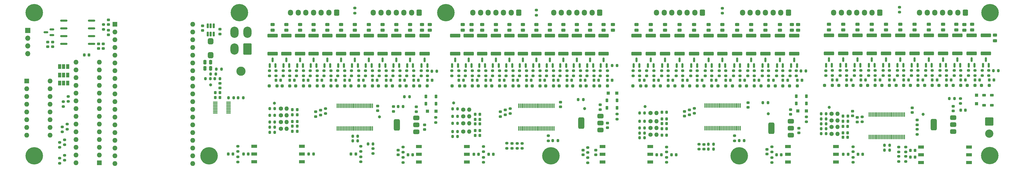
<source format=gts>
%TF.GenerationSoftware,KiCad,Pcbnew,8.0.4*%
%TF.CreationDate,2024-08-06T16:15:28+08:00*%
%TF.ProjectId,LTC6811_ESP32_V2,4c544336-3831-4315-9f45-535033325f56,rev?*%
%TF.SameCoordinates,Original*%
%TF.FileFunction,Soldermask,Top*%
%TF.FilePolarity,Negative*%
%FSLAX46Y46*%
G04 Gerber Fmt 4.6, Leading zero omitted, Abs format (unit mm)*
G04 Created by KiCad (PCBNEW 8.0.4) date 2024-08-06 16:15:28*
%MOMM*%
%LPD*%
G01*
G04 APERTURE LIST*
G04 Aperture macros list*
%AMRoundRect*
0 Rectangle with rounded corners*
0 $1 Rounding radius*
0 $2 $3 $4 $5 $6 $7 $8 $9 X,Y pos of 4 corners*
0 Add a 4 corners polygon primitive as box body*
4,1,4,$2,$3,$4,$5,$6,$7,$8,$9,$2,$3,0*
0 Add four circle primitives for the rounded corners*
1,1,$1+$1,$2,$3*
1,1,$1+$1,$4,$5*
1,1,$1+$1,$6,$7*
1,1,$1+$1,$8,$9*
0 Add four rect primitives between the rounded corners*
20,1,$1+$1,$2,$3,$4,$5,0*
20,1,$1+$1,$4,$5,$6,$7,0*
20,1,$1+$1,$6,$7,$8,$9,0*
20,1,$1+$1,$8,$9,$2,$3,0*%
G04 Aperture macros list end*
%ADD10RoundRect,0.225000X0.225000X0.250000X-0.225000X0.250000X-0.225000X-0.250000X0.225000X-0.250000X0*%
%ADD11C,5.700000*%
%ADD12R,1.600000X1.600000*%
%ADD13O,1.600000X1.600000*%
%ADD14RoundRect,0.225000X0.225000X0.375000X-0.225000X0.375000X-0.225000X-0.375000X0.225000X-0.375000X0*%
%ADD15RoundRect,0.218750X0.256250X-0.218750X0.256250X0.218750X-0.256250X0.218750X-0.256250X-0.218750X0*%
%ADD16RoundRect,0.200000X0.275000X-0.200000X0.275000X0.200000X-0.275000X0.200000X-0.275000X-0.200000X0*%
%ADD17C,1.000000*%
%ADD18RoundRect,0.150000X0.150000X-0.587500X0.150000X0.587500X-0.150000X0.587500X-0.150000X-0.587500X0*%
%ADD19RoundRect,0.250000X0.250000X0.250000X-0.250000X0.250000X-0.250000X-0.250000X0.250000X-0.250000X0*%
%ADD20RoundRect,0.243750X-0.456250X0.243750X-0.456250X-0.243750X0.456250X-0.243750X0.456250X0.243750X0*%
%ADD21RoundRect,0.200000X-0.275000X0.200000X-0.275000X-0.200000X0.275000X-0.200000X0.275000X0.200000X0*%
%ADD22RoundRect,0.200000X0.200000X0.275000X-0.200000X0.275000X-0.200000X-0.275000X0.200000X-0.275000X0*%
%ADD23RoundRect,0.250001X-1.099999X1.099999X-1.099999X-1.099999X1.099999X-1.099999X1.099999X1.099999X0*%
%ADD24C,2.700000*%
%ADD25RoundRect,0.225000X-0.225000X-0.250000X0.225000X-0.250000X0.225000X0.250000X-0.225000X0.250000X0*%
%ADD26C,1.400000*%
%ADD27O,1.400000X1.400000*%
%ADD28RoundRect,0.250000X-1.425000X0.362500X-1.425000X-0.362500X1.425000X-0.362500X1.425000X0.362500X0*%
%ADD29R,1.000000X1.500000*%
%ADD30O,1.700000X1.950000*%
%ADD31RoundRect,0.250000X0.600000X0.725000X-0.600000X0.725000X-0.600000X-0.725000X0.600000X-0.725000X0*%
%ADD32RoundRect,0.200000X-0.200000X-0.275000X0.200000X-0.275000X0.200000X0.275000X-0.200000X0.275000X0*%
%ADD33RoundRect,0.225000X-0.250000X0.225000X-0.250000X-0.225000X0.250000X-0.225000X0.250000X0.225000X0*%
%ADD34RoundRect,0.225000X0.250000X-0.225000X0.250000X0.225000X-0.250000X0.225000X-0.250000X-0.225000X0*%
%ADD35RoundRect,0.150000X0.587500X0.150000X-0.587500X0.150000X-0.587500X-0.150000X0.587500X-0.150000X0*%
%ADD36RoundRect,0.075000X-0.075000X0.662500X-0.075000X-0.662500X0.075000X-0.662500X0.075000X0.662500X0*%
%ADD37RoundRect,0.225000X-0.375000X0.225000X-0.375000X-0.225000X0.375000X-0.225000X0.375000X0.225000X0*%
%ADD38R,1.950000X1.020000*%
%ADD39RoundRect,0.250000X0.300000X0.300000X-0.300000X0.300000X-0.300000X-0.300000X0.300000X-0.300000X0*%
%ADD40RoundRect,0.450000X-0.450000X0.550000X-0.450000X-0.550000X0.450000X-0.550000X0.450000X0.550000X0*%
%ADD41RoundRect,0.162500X0.162500X-0.617500X0.162500X0.617500X-0.162500X0.617500X-0.162500X-0.617500X0*%
%ADD42RoundRect,0.250000X-0.300000X0.300000X-0.300000X-0.300000X0.300000X-0.300000X0.300000X0.300000X0*%
%ADD43RoundRect,0.250000X0.250000X0.475000X-0.250000X0.475000X-0.250000X-0.475000X0.250000X-0.475000X0*%
%ADD44RoundRect,0.162500X1.012500X0.162500X-1.012500X0.162500X-1.012500X-0.162500X1.012500X-0.162500X0*%
%ADD45C,3.000000*%
%ADD46RoundRect,0.250001X1.099999X1.599999X-1.099999X1.599999X-1.099999X-1.599999X1.099999X-1.599999X0*%
%ADD47O,2.700000X3.700000*%
%ADD48RoundRect,0.218750X-0.256250X0.218750X-0.256250X-0.218750X0.256250X-0.218750X0.256250X0.218750X0*%
%ADD49RoundRect,0.375000X0.625000X0.375000X-0.625000X0.375000X-0.625000X-0.375000X0.625000X-0.375000X0*%
%ADD50RoundRect,0.500000X0.500000X1.400000X-0.500000X1.400000X-0.500000X-1.400000X0.500000X-1.400000X0*%
%ADD51RoundRect,0.075000X-0.650000X-0.075000X0.650000X-0.075000X0.650000X0.075000X-0.650000X0.075000X0*%
%ADD52R,1.700000X1.700000*%
%ADD53O,1.700000X1.700000*%
G04 APERTURE END LIST*
D10*
%TO.C,C69*%
X95175000Y4600000D03*
X93625000Y4600000D03*
%TD*%
D11*
%TO.C,J20*%
X315900000Y4100000D03*
%TD*%
D12*
%TO.C,U8*%
X30365000Y47220000D03*
D13*
X30365000Y44680000D03*
X30365000Y42140000D03*
X30365000Y39600000D03*
X30365000Y37060000D03*
X30365000Y34520000D03*
X30365000Y31980000D03*
X30365000Y29440000D03*
X30365000Y26900000D03*
X30365000Y24360000D03*
X30365000Y21820000D03*
X30365000Y19280000D03*
X30365000Y16740000D03*
X30365000Y14200000D03*
X30365000Y11660000D03*
X30365000Y9120000D03*
X30365000Y6580000D03*
X30365000Y4040000D03*
X30365000Y1500000D03*
X55765000Y1500000D03*
X55765000Y4040000D03*
X55765000Y6580000D03*
X55765000Y9120000D03*
X55765000Y11660000D03*
X55765000Y14200000D03*
X55765000Y16740000D03*
X55765000Y19280000D03*
X55765000Y21820000D03*
X55765000Y24360000D03*
X55765000Y26900000D03*
X55765000Y29440000D03*
X55765000Y31980000D03*
X55765000Y34520000D03*
X55765000Y37060000D03*
X55765000Y39600000D03*
X55765000Y42140000D03*
X55765000Y44680000D03*
X55765000Y47220000D03*
%TD*%
D14*
%TO.C,D39*%
X256100000Y21200000D03*
X252800000Y21200000D03*
%TD*%
D15*
%TO.C,D25*%
X160000000Y6512500D03*
X160000000Y8087500D03*
%TD*%
D16*
%TO.C,R189*%
X203950000Y30287500D03*
X203950000Y31937500D03*
%TD*%
D17*
%TO.C,TP7*%
X243600000Y17800000D03*
%TD*%
D18*
%TO.C,Q36*%
X213700000Y33675000D03*
X215600000Y33675000D03*
X214650000Y35550000D03*
%TD*%
D16*
%TO.C,R138*%
X144750000Y30275000D03*
X144750000Y31925000D03*
%TD*%
D19*
%TO.C,D43*%
X248400000Y27000000D03*
X245900000Y27000000D03*
%TD*%
D18*
%TO.C,Q50*%
X271800000Y33762500D03*
X273700000Y33762500D03*
X272750000Y35637500D03*
%TD*%
D20*
%TO.C,F51*%
X268100000Y47237500D03*
X268100000Y45362500D03*
%TD*%
D21*
%TO.C,R91*%
X194250000Y17725000D03*
X194250000Y16075000D03*
%TD*%
D22*
%TO.C,R4*%
X82525000Y13400000D03*
X80875000Y13400000D03*
%TD*%
D23*
%TO.C,J9*%
X315750000Y15257500D03*
D24*
X315750000Y11297500D03*
%TD*%
D25*
%TO.C,C72*%
X272900000Y4500000D03*
X274450000Y4500000D03*
%TD*%
D18*
%TO.C,Q39*%
X199650000Y33662500D03*
X201550000Y33662500D03*
X200600000Y35537500D03*
%TD*%
D10*
%TO.C,C9*%
X149480000Y16000000D03*
X147930000Y16000000D03*
%TD*%
D16*
%TO.C,R225*%
X290400000Y30375000D03*
X290400000Y32025000D03*
%TD*%
D25*
%TO.C,C132*%
X301800000Y28900000D03*
X303350000Y28900000D03*
%TD*%
D20*
%TO.C,F10*%
X95200000Y47137500D03*
X95200000Y45262500D03*
%TD*%
D26*
%TO.C,TH19*%
X264295000Y15600000D03*
D27*
X266195000Y15600000D03*
%TD*%
D28*
%TO.C,R211*%
X310000000Y43562500D03*
X310000000Y37637500D03*
%TD*%
D29*
%TO.C,JP3*%
X12300000Y33300000D03*
X13600000Y33300000D03*
X14900000Y33300000D03*
%TD*%
D25*
%TO.C,C84*%
X160300000Y28800000D03*
X161850000Y28800000D03*
%TD*%
D30*
%TO.C,J15*%
X207150000Y51000000D03*
X209650000Y51000000D03*
X212150000Y51000000D03*
X214650000Y51000000D03*
X217150000Y51000000D03*
X219650000Y51000000D03*
D31*
X222150000Y51000000D03*
%TD*%
D30*
%TO.C,J14*%
X235200000Y51000000D03*
X237700000Y51000000D03*
X240200000Y51000000D03*
X242700000Y51000000D03*
X245200000Y51000000D03*
X247700000Y51000000D03*
D31*
X250200000Y51000000D03*
%TD*%
D18*
%TO.C,Q46*%
X290450000Y33762500D03*
X292350000Y33762500D03*
X291400000Y35637500D03*
%TD*%
D21*
%TO.C,R2*%
X184700000Y3425000D03*
X184700000Y1775000D03*
%TD*%
D16*
%TO.C,R170*%
X234400000Y30287500D03*
X234400000Y31937500D03*
%TD*%
D32*
%TO.C,R18*%
X260875000Y11300000D03*
X262525000Y11300000D03*
%TD*%
D19*
%TO.C,D14*%
X114400000Y27000000D03*
X111900000Y27000000D03*
%TD*%
D20*
%TO.C,F5*%
X117700000Y47137500D03*
X117700000Y45262500D03*
%TD*%
D16*
%TO.C,R210*%
X313500000Y30375000D03*
X313500000Y32025000D03*
%TD*%
D18*
%TO.C,Q51*%
X267125000Y33762500D03*
X269025000Y33762500D03*
X268075000Y35637500D03*
%TD*%
D19*
%TO.C,D68*%
X269175000Y27100000D03*
X266675000Y27100000D03*
%TD*%
D11*
%TO.C,J1*%
X316000000Y51000000D03*
%TD*%
D18*
%TO.C,Q29*%
X246500000Y33675000D03*
X248400000Y33675000D03*
X247450000Y35550000D03*
%TD*%
D33*
%TO.C,C34*%
X25000000Y40800000D03*
X25000000Y39250000D03*
%TD*%
D20*
%TO.C,F19*%
X172300000Y47137500D03*
X172300000Y45262500D03*
%TD*%
D25*
%TO.C,C62*%
X82925000Y28800000D03*
X84475000Y28800000D03*
%TD*%
D34*
%TO.C,C35*%
X8400000Y39825000D03*
X8400000Y41375000D03*
%TD*%
D32*
%TO.C,R48*%
X122775000Y20200000D03*
X124425000Y20200000D03*
%TD*%
D21*
%TO.C,R26*%
X184700000Y6775000D03*
X184700000Y5125000D03*
%TD*%
D28*
%TO.C,R121*%
X167900000Y43462500D03*
X167900000Y37537500D03*
%TD*%
D10*
%TO.C,C18*%
X269570000Y13700000D03*
X268020000Y13700000D03*
%TD*%
D21*
%TO.C,R52*%
X271300000Y3550000D03*
X271300000Y1900000D03*
%TD*%
D28*
%TO.C,R88*%
X81825000Y43462500D03*
X81825000Y37537500D03*
%TD*%
D10*
%TO.C,C5*%
X89829962Y19187500D03*
X88279962Y19187500D03*
%TD*%
D17*
%TO.C,TP3*%
X116700000Y16800000D03*
%TD*%
D20*
%TO.C,F31*%
X238050000Y47150000D03*
X238050000Y45275000D03*
%TD*%
D25*
%TO.C,C107*%
X234400000Y28800000D03*
X235950000Y28800000D03*
%TD*%
D26*
%TO.C,TH8*%
X144095000Y14700000D03*
D27*
X145995000Y14700000D03*
%TD*%
D16*
%TO.C,R233*%
X278525000Y30375000D03*
X278525000Y32025000D03*
%TD*%
D35*
%TO.C,D5*%
X9737500Y43650000D03*
X9737500Y45550000D03*
X7862500Y44600000D03*
%TD*%
D22*
%TO.C,R19*%
X262525000Y12900000D03*
X260875000Y12900000D03*
%TD*%
D21*
%TO.C,R49*%
X150700000Y7050000D03*
X150700000Y5400000D03*
%TD*%
D16*
%TO.C,R123*%
X166800000Y30275000D03*
X166800000Y31925000D03*
%TD*%
D28*
%TO.C,R112*%
X181100000Y43462500D03*
X181100000Y37537500D03*
%TD*%
D17*
%TO.C,TP4*%
X82400000Y21300000D03*
%TD*%
D10*
%TO.C,C68*%
X21875000Y37100000D03*
X20325000Y37100000D03*
%TD*%
D28*
%TO.C,R172*%
X228650000Y43475000D03*
X228650000Y37550000D03*
%TD*%
D33*
%TO.C,C37*%
X116100000Y20400000D03*
X116100000Y18850000D03*
%TD*%
D19*
%TO.C,D37*%
X142900000Y27000000D03*
X140400000Y27000000D03*
%TD*%
D16*
%TO.C,R90*%
X80775000Y30275000D03*
X80775000Y31925000D03*
%TD*%
D22*
%TO.C,R30*%
X63250000Y30900000D03*
X61600000Y30900000D03*
%TD*%
D10*
%TO.C,C17*%
X269570000Y11600000D03*
X268020000Y11600000D03*
%TD*%
D19*
%TO.C,D50*%
X215650000Y27012500D03*
X213150000Y27012500D03*
%TD*%
D16*
%TO.C,R234*%
X276425000Y30375000D03*
X276425000Y32025000D03*
%TD*%
D19*
%TO.C,D11*%
X127900000Y27000000D03*
X125400000Y27000000D03*
%TD*%
D33*
%TO.C,C89*%
X237000000Y21475000D03*
X237000000Y19925000D03*
%TD*%
D18*
%TO.C,Q42*%
X309050000Y33762500D03*
X310950000Y33762500D03*
X310000000Y35637500D03*
%TD*%
D25*
%TO.C,C105*%
X243725000Y28800000D03*
X245275000Y28800000D03*
%TD*%
D36*
%TO.C,U13*%
X234500000Y20525000D03*
X234000000Y20525000D03*
X233500000Y20525000D03*
X233000000Y20525000D03*
X232500000Y20525000D03*
X232000000Y20525000D03*
X231500000Y20525000D03*
X231000000Y20525000D03*
X230500000Y20525000D03*
X230000000Y20525000D03*
X229500000Y20525000D03*
X229000000Y20525000D03*
X228500000Y20525000D03*
X228000000Y20525000D03*
X227500000Y20525000D03*
X227000000Y20525000D03*
X226500000Y20525000D03*
X226000000Y20525000D03*
X225500000Y20525000D03*
X225000000Y20525000D03*
X224500000Y20525000D03*
X224000000Y20525000D03*
X223500000Y20525000D03*
X223000000Y20525000D03*
X223000000Y13100000D03*
X223500000Y13100000D03*
X224000000Y13100000D03*
X224500000Y13100000D03*
X225000000Y13100000D03*
X225500000Y13100000D03*
X226000000Y13100000D03*
X226500000Y13100000D03*
X227000000Y13100000D03*
X227500000Y13100000D03*
X228000000Y13100000D03*
X228500000Y13100000D03*
X229000000Y13100000D03*
X229500000Y13100000D03*
X230000000Y13100000D03*
X230500000Y13100000D03*
X231000000Y13100000D03*
X231500000Y13100000D03*
X232000000Y13100000D03*
X232500000Y13100000D03*
X233000000Y13100000D03*
X233500000Y13100000D03*
X234000000Y13100000D03*
X234500000Y13100000D03*
%TD*%
D16*
%TO.C,R63*%
X121100000Y30275000D03*
X121100000Y31925000D03*
%TD*%
D25*
%TO.C,C61*%
X87425000Y28800000D03*
X88975000Y28800000D03*
%TD*%
D28*
%TO.C,R133*%
X150250000Y43462500D03*
X150250000Y37537500D03*
%TD*%
D16*
%TO.C,R117*%
X175600000Y30275000D03*
X175600000Y31925000D03*
%TD*%
D21*
%TO.C,TH1*%
X108700000Y52525000D03*
X108700000Y50875000D03*
%TD*%
D34*
%TO.C,C116*%
X271100000Y17125000D03*
X271100000Y18675000D03*
%TD*%
D11*
%TO.C,J19*%
X138400000Y51000000D03*
%TD*%
D19*
%TO.C,D69*%
X264525000Y27100000D03*
X262025000Y27100000D03*
%TD*%
D28*
%TO.C,R229*%
X282100000Y43562500D03*
X282100000Y37637500D03*
%TD*%
D37*
%TO.C,D55*%
X314100000Y23950000D03*
X314100000Y20650000D03*
%TD*%
D10*
%TO.C,C10*%
X149475000Y17700000D03*
X147925000Y17700000D03*
%TD*%
D28*
%TO.C,R184*%
X209950000Y43475000D03*
X209950000Y37550000D03*
%TD*%
D32*
%TO.C,R100*%
X234100000Y9000000D03*
X235750000Y9000000D03*
%TD*%
D16*
%TO.C,R186*%
X208825000Y30287500D03*
X208825000Y31937500D03*
%TD*%
D10*
%TO.C,C7*%
X149475000Y12300000D03*
X147925000Y12300000D03*
%TD*%
D38*
%TO.C,TR3*%
X145220000Y1960000D03*
X145220000Y4500000D03*
X145220000Y7040000D03*
X129580000Y7040000D03*
X129580000Y4500000D03*
X129580000Y1960000D03*
%TD*%
D19*
%TO.C,D62*%
X297150000Y27100000D03*
X294650000Y27100000D03*
%TD*%
D39*
%TO.C,D40*%
X256100000Y18800000D03*
X253300000Y18800000D03*
%TD*%
D28*
%TO.C,R157*%
X252050000Y43462500D03*
X252050000Y37537500D03*
%TD*%
D16*
%TO.C,R72*%
X107600000Y30275000D03*
X107600000Y31925000D03*
%TD*%
D25*
%TO.C,C114*%
X201600000Y28800000D03*
X203150000Y28800000D03*
%TD*%
D16*
%TO.C,R168*%
X236950000Y30287500D03*
X236950000Y31937500D03*
%TD*%
D39*
%TO.C,D8*%
X135175000Y18700000D03*
X132375000Y18700000D03*
%TD*%
D18*
%TO.C,Q24*%
X149300000Y33662500D03*
X151200000Y33662500D03*
X150250000Y35537500D03*
%TD*%
D40*
%TO.C,L1*%
X61625000Y41587500D03*
X61625000Y37087500D03*
%TD*%
D32*
%TO.C,R98*%
X173275000Y9000000D03*
X174925000Y9000000D03*
%TD*%
D20*
%TO.C,F50*%
X272750000Y47237500D03*
X272750000Y45362500D03*
%TD*%
D34*
%TO.C,C24*%
X122800000Y4325000D03*
X122800000Y5875000D03*
%TD*%
D10*
%TO.C,C29*%
X73875000Y4600000D03*
X72325000Y4600000D03*
%TD*%
D28*
%TO.C,R241*%
X263425000Y43562500D03*
X263425000Y37637500D03*
%TD*%
%TO.C,R118*%
X172300000Y43462500D03*
X172300000Y37537500D03*
%TD*%
D18*
%TO.C,Q8*%
X103250000Y33662500D03*
X105150000Y33662500D03*
X104200000Y35537500D03*
%TD*%
D21*
%TO.C,R25*%
X124400000Y6900000D03*
X124400000Y5250000D03*
%TD*%
D19*
%TO.C,D45*%
X239050000Y27012500D03*
X236550000Y27012500D03*
%TD*%
D12*
%TO.C,SW1*%
X1600000Y28540000D03*
D13*
X1600000Y26000000D03*
X1600000Y23460000D03*
X1600000Y20920000D03*
X1600000Y18380000D03*
X1600000Y15840000D03*
X1600000Y13300000D03*
X1600000Y10760000D03*
X9220000Y10760000D03*
X9220000Y13300000D03*
X9220000Y15840000D03*
X9220000Y18380000D03*
X9220000Y20920000D03*
X9220000Y23460000D03*
X9220000Y26000000D03*
X9220000Y28540000D03*
%TD*%
D16*
%TO.C,R45*%
X99100000Y17875000D03*
X99100000Y19525000D03*
%TD*%
D10*
%TO.C,C2*%
X89829962Y13800000D03*
X88279962Y13800000D03*
%TD*%
D19*
%TO.C,D36*%
X147050000Y27000000D03*
X144550000Y27000000D03*
%TD*%
D16*
%TO.C,R128*%
X160300000Y30275000D03*
X160300000Y31925000D03*
%TD*%
%TO.C,R69*%
X112100000Y30275000D03*
X112100000Y31925000D03*
%TD*%
D21*
%TO.C,R93*%
X286200000Y6925000D03*
X286200000Y5275000D03*
%TD*%
D18*
%TO.C,Q3*%
X125750000Y33662500D03*
X127650000Y33662500D03*
X126700000Y35537500D03*
%TD*%
D21*
%TO.C,R40*%
X135100000Y16625000D03*
X135100000Y14975000D03*
%TD*%
D41*
%TO.C,U6*%
X60675000Y44012500D03*
X61625000Y44012500D03*
X62575000Y44012500D03*
X62575000Y46712500D03*
X61625000Y46712500D03*
X60675000Y46712500D03*
%TD*%
D20*
%TO.C,F40*%
X317600000Y43637500D03*
X317600000Y41762500D03*
%TD*%
D15*
%TO.C,D41*%
X222600000Y6212500D03*
X222600000Y7787500D03*
%TD*%
D17*
%TO.C,TP2*%
X61600000Y27300000D03*
%TD*%
D34*
%TO.C,C117*%
X272700000Y15125000D03*
X272700000Y16675000D03*
%TD*%
D16*
%TO.C,R212*%
X311100000Y30375000D03*
X311100000Y32025000D03*
%TD*%
%TO.C,R57*%
X130300000Y30275000D03*
X130300000Y31925000D03*
%TD*%
D25*
%TO.C,C113*%
X206250000Y28800000D03*
X207800000Y28800000D03*
%TD*%
D22*
%TO.C,R11*%
X142225000Y17000000D03*
X140575000Y17000000D03*
%TD*%
D28*
%TO.C,R64*%
X117700000Y43462500D03*
X117700000Y37537500D03*
%TD*%
D26*
%TO.C,TH20*%
X264295000Y17800000D03*
D27*
X266195000Y17800000D03*
%TD*%
D10*
%TO.C,C19*%
X269595000Y15400000D03*
X268045000Y15400000D03*
%TD*%
D16*
%TO.C,R209*%
X315600000Y30375000D03*
X315600000Y32025000D03*
%TD*%
D21*
%TO.C,R50*%
X210400000Y3525000D03*
X210400000Y1875000D03*
%TD*%
D16*
%TO.C,R94*%
X161700000Y6462500D03*
X161700000Y8112500D03*
%TD*%
D21*
%TO.C,R32*%
X110600000Y7125000D03*
X110600000Y5475000D03*
%TD*%
D16*
%TO.C,R89*%
X82925000Y30275000D03*
X82925000Y31925000D03*
%TD*%
D18*
%TO.C,Q33*%
X227700000Y33675000D03*
X229600000Y33675000D03*
X228650000Y35550000D03*
%TD*%
D19*
%TO.C,D65*%
X283200000Y27100000D03*
X280700000Y27100000D03*
%TD*%
D25*
%TO.C,C86*%
X151450000Y28800000D03*
X153000000Y28800000D03*
%TD*%
D21*
%TO.C,R151*%
X12300000Y3250000D03*
X12300000Y1600000D03*
%TD*%
D20*
%TO.C,F39*%
X200600000Y47150000D03*
X200600000Y45275000D03*
%TD*%
D22*
%TO.C,R16*%
X203250000Y15400000D03*
X201600000Y15400000D03*
%TD*%
D10*
%TO.C,C50*%
X108975000Y4600000D03*
X107425000Y4600000D03*
%TD*%
D19*
%TO.C,D46*%
X234400000Y27012500D03*
X231900000Y27012500D03*
%TD*%
D34*
%TO.C,C47*%
X187300000Y4325000D03*
X187300000Y5875000D03*
%TD*%
D22*
%TO.C,FB3*%
X255925000Y31900000D03*
X254275000Y31900000D03*
%TD*%
D10*
%TO.C,C31*%
X64625000Y24750000D03*
X63075000Y24750000D03*
%TD*%
D28*
%TO.C,R67*%
X113200000Y43462500D03*
X113200000Y37537500D03*
%TD*%
D18*
%TO.C,Q5*%
X116750000Y33662500D03*
X118650000Y33662500D03*
X117700000Y35537500D03*
%TD*%
%TO.C,Q45*%
X295100000Y33762500D03*
X297000000Y33762500D03*
X296050000Y35637500D03*
%TD*%
D20*
%TO.C,F23*%
X154700000Y47137500D03*
X154700000Y45262500D03*
%TD*%
D16*
%TO.C,R147*%
X219500000Y17975000D03*
X219500000Y19625000D03*
%TD*%
D34*
%TO.C,C21*%
X58925000Y45137500D03*
X58925000Y46687500D03*
%TD*%
D25*
%TO.C,C70*%
X152325000Y4500000D03*
X153875000Y4500000D03*
%TD*%
D18*
%TO.C,Q11*%
X89850000Y33662500D03*
X91750000Y33662500D03*
X90800000Y35537500D03*
%TD*%
D22*
%TO.C,R10*%
X142225000Y14700000D03*
X140575000Y14700000D03*
%TD*%
D16*
%TO.C,R218*%
X301800000Y30375000D03*
X301800000Y32025000D03*
%TD*%
D18*
%TO.C,Q25*%
X144900000Y33662500D03*
X146800000Y33662500D03*
X145850000Y35537500D03*
%TD*%
D20*
%TO.C,F15*%
X189900000Y47137500D03*
X189900000Y45262500D03*
%TD*%
D21*
%TO.C,R23*%
X244800000Y3475000D03*
X244800000Y1825000D03*
%TD*%
D26*
%TO.C,TH17*%
X264300000Y11200000D03*
D27*
X266200000Y11200000D03*
%TD*%
D10*
%TO.C,C22*%
X269595000Y17100000D03*
X268045000Y17100000D03*
%TD*%
D16*
%TO.C,R180*%
X218350000Y30287500D03*
X218350000Y31937500D03*
%TD*%
D42*
%TO.C,D56*%
X311600000Y23900000D03*
X311600000Y21100000D03*
%TD*%
D19*
%TO.C,D58*%
X315750000Y27100000D03*
X313250000Y27100000D03*
%TD*%
D16*
%TO.C,R161*%
X248400000Y30275000D03*
X248400000Y31925000D03*
%TD*%
D17*
%TO.C,TP10*%
X263500000Y19950000D03*
%TD*%
D22*
%TO.C,R9*%
X142225000Y12000000D03*
X140575000Y12000000D03*
%TD*%
D28*
%TO.C,R169*%
X233450000Y43475000D03*
X233450000Y37550000D03*
%TD*%
D31*
%TO.C,J17*%
X280000000Y51000000D03*
D30*
X277500000Y51000000D03*
X275000000Y51000000D03*
X272500000Y51000000D03*
X270000000Y51000000D03*
X267500000Y51000000D03*
X265000000Y51000000D03*
%TD*%
D26*
%TO.C,TH3*%
X84495000Y15100000D03*
D27*
X86395000Y15100000D03*
%TD*%
D25*
%TO.C,C82*%
X169100000Y28800000D03*
X170650000Y28800000D03*
%TD*%
D34*
%TO.C,C90*%
X216300000Y17025000D03*
X216300000Y18575000D03*
%TD*%
D25*
%TO.C,C55*%
X114400000Y28800000D03*
X115950000Y28800000D03*
%TD*%
D22*
%TO.C,R7*%
X82525000Y19500000D03*
X80875000Y19500000D03*
%TD*%
D20*
%TO.C,F2*%
X130600000Y47137500D03*
X130600000Y45262500D03*
%TD*%
D28*
%TO.C,R217*%
X300700000Y43562500D03*
X300700000Y37637500D03*
%TD*%
%TO.C,R181*%
X214650000Y43475000D03*
X214650000Y37550000D03*
%TD*%
D19*
%TO.C,D61*%
X301800000Y27100000D03*
X299300000Y27100000D03*
%TD*%
D18*
%TO.C,Q19*%
X171350000Y33662500D03*
X173250000Y33662500D03*
X172300000Y35537500D03*
%TD*%
D16*
%TO.C,R74*%
X105400000Y30275000D03*
X105400000Y31925000D03*
%TD*%
D18*
%TO.C,Q2*%
X130450000Y33662500D03*
X132350000Y33662500D03*
X131400000Y35537500D03*
%TD*%
D25*
%TO.C,C56*%
X109900000Y28800000D03*
X111450000Y28800000D03*
%TD*%
D36*
%TO.C,U11*%
X114450000Y20412500D03*
X113950000Y20412500D03*
X113450000Y20412500D03*
X112950000Y20412500D03*
X112450000Y20412500D03*
X111950000Y20412500D03*
X111450000Y20412500D03*
X110950000Y20412500D03*
X110450000Y20412500D03*
X109950000Y20412500D03*
X109450000Y20412500D03*
X108950000Y20412500D03*
X108450000Y20412500D03*
X107950000Y20412500D03*
X107450000Y20412500D03*
X106950000Y20412500D03*
X106450000Y20412500D03*
X105950000Y20412500D03*
X105450000Y20412500D03*
X104950000Y20412500D03*
X104450000Y20412500D03*
X103950000Y20412500D03*
X103450000Y20412500D03*
X102950000Y20412500D03*
X102950000Y12987500D03*
X103450000Y12987500D03*
X103950000Y12987500D03*
X104450000Y12987500D03*
X104950000Y12987500D03*
X105450000Y12987500D03*
X105950000Y12987500D03*
X106450000Y12987500D03*
X106950000Y12987500D03*
X107450000Y12987500D03*
X107950000Y12987500D03*
X108450000Y12987500D03*
X108950000Y12987500D03*
X109450000Y12987500D03*
X109950000Y12987500D03*
X110450000Y12987500D03*
X110950000Y12987500D03*
X111450000Y12987500D03*
X111950000Y12987500D03*
X112450000Y12987500D03*
X112950000Y12987500D03*
X113450000Y12987500D03*
X113950000Y12987500D03*
X114450000Y12987500D03*
%TD*%
D34*
%TO.C,C40*%
X128700000Y18525000D03*
X128700000Y20075000D03*
%TD*%
D16*
%TO.C,R191*%
X201600000Y30275000D03*
X201600000Y31925000D03*
%TD*%
D25*
%TO.C,C59*%
X96400000Y28800000D03*
X97950000Y28800000D03*
%TD*%
D21*
%TO.C,TH16*%
X286500000Y52825000D03*
X286500000Y51175000D03*
%TD*%
D18*
%TO.C,Q38*%
X204300000Y33675000D03*
X206200000Y33675000D03*
X205250000Y35550000D03*
%TD*%
D16*
%TO.C,R110*%
X186700000Y30275000D03*
X186700000Y31925000D03*
%TD*%
D20*
%TO.C,F14*%
X192900000Y47137500D03*
X192900000Y45262500D03*
%TD*%
%TO.C,F8*%
X104200000Y47137500D03*
X104200000Y45262500D03*
%TD*%
D19*
%TO.C,D44*%
X243725000Y27000000D03*
X241225000Y27000000D03*
%TD*%
D20*
%TO.C,F7*%
X108700000Y47137500D03*
X108700000Y45262500D03*
%TD*%
D16*
%TO.C,R99*%
X158300000Y6487500D03*
X158300000Y8137500D03*
%TD*%
D25*
%TO.C,C83*%
X164700000Y28800000D03*
X166250000Y28800000D03*
%TD*%
D19*
%TO.C,D27*%
X186700000Y27000000D03*
X184200000Y27000000D03*
%TD*%
D18*
%TO.C,Q9*%
X98750000Y33662500D03*
X100650000Y33662500D03*
X99700000Y35537500D03*
%TD*%
D25*
%TO.C,C48*%
X290025000Y3600000D03*
X291575000Y3600000D03*
%TD*%
D18*
%TO.C,Q20*%
X166950000Y33662500D03*
X168850000Y33662500D03*
X167900000Y35537500D03*
%TD*%
D19*
%TO.C,D32*%
X164700000Y27000000D03*
X162200000Y27000000D03*
%TD*%
D25*
%TO.C,C60*%
X91900000Y28800000D03*
X93450000Y28800000D03*
%TD*%
%TO.C,C136*%
X283200000Y28900000D03*
X284750000Y28900000D03*
%TD*%
D16*
%TO.C,R150*%
X221000000Y6200000D03*
X221000000Y7850000D03*
%TD*%
D28*
%TO.C,R136*%
X145850000Y43462500D03*
X145850000Y37537500D03*
%TD*%
D19*
%TO.C,D47*%
X229700000Y27012500D03*
X227200000Y27012500D03*
%TD*%
D18*
%TO.C,Q41*%
X313700000Y33762500D03*
X315600000Y33762500D03*
X314650000Y35637500D03*
%TD*%
D19*
%TO.C,D26*%
X191100000Y27000000D03*
X188600000Y27000000D03*
%TD*%
D25*
%TO.C,C76*%
X268125000Y4500000D03*
X269675000Y4500000D03*
%TD*%
D16*
%TO.C,R83*%
X91900000Y30275000D03*
X91900000Y31925000D03*
%TD*%
D22*
%TO.C,R143*%
X243525000Y21500000D03*
X241875000Y21500000D03*
%TD*%
D33*
%TO.C,C93*%
X253600000Y13100000D03*
X253600000Y11550000D03*
%TD*%
D28*
%TO.C,R238*%
X268075000Y43562500D03*
X268075000Y37637500D03*
%TD*%
D25*
%TO.C,C103*%
X253100000Y28800000D03*
X254650000Y28800000D03*
%TD*%
D16*
%TO.C,R227*%
X287850000Y30375000D03*
X287850000Y32025000D03*
%TD*%
D19*
%TO.C,D53*%
X201950000Y27000000D03*
X199450000Y27000000D03*
%TD*%
D34*
%TO.C,C65*%
X157800000Y17525000D03*
X157800000Y19075000D03*
%TD*%
D16*
%TO.C,R144*%
X13900000Y7650000D03*
X13900000Y9300000D03*
%TD*%
%TO.C,R165*%
X241650000Y30275000D03*
X241650000Y31925000D03*
%TD*%
D25*
%TO.C,C134*%
X292500000Y28900000D03*
X294050000Y28900000D03*
%TD*%
D18*
%TO.C,Q12*%
X85375000Y33662500D03*
X87275000Y33662500D03*
X86325000Y35537500D03*
%TD*%
D19*
%TO.C,D13*%
X118900000Y27000000D03*
X116400000Y27000000D03*
%TD*%
D22*
%TO.C,R44*%
X109625000Y10500000D03*
X107975000Y10500000D03*
%TD*%
%TO.C,R146*%
X225725000Y7800000D03*
X224075000Y7800000D03*
%TD*%
D16*
%TO.C,R24*%
X288500000Y5275000D03*
X288500000Y6925000D03*
%TD*%
D19*
%TO.C,D60*%
X306450000Y27100000D03*
X303950000Y27100000D03*
%TD*%
D26*
%TO.C,TH9*%
X144095000Y17000000D03*
D27*
X145995000Y17000000D03*
%TD*%
D21*
%TO.C,R193*%
X306400000Y22825000D03*
X306400000Y21175000D03*
%TD*%
D15*
%TO.C,D57*%
X292200000Y14212500D03*
X292200000Y15787500D03*
%TD*%
D25*
%TO.C,C88*%
X142600000Y28800000D03*
X144150000Y28800000D03*
%TD*%
D16*
%TO.C,R185*%
X210925000Y30287500D03*
X210925000Y31937500D03*
%TD*%
D34*
%TO.C,C42*%
X188800000Y19200000D03*
X188800000Y20750000D03*
%TD*%
D20*
%TO.C,F38*%
X205250000Y47150000D03*
X205250000Y45275000D03*
%TD*%
D19*
%TO.C,D15*%
X109900000Y27000000D03*
X107400000Y27000000D03*
%TD*%
D17*
%TO.C,TP8*%
X203400000Y20200000D03*
%TD*%
D26*
%TO.C,TH7*%
X144095000Y12000000D03*
D27*
X145995000Y12000000D03*
%TD*%
D25*
%TO.C,C57*%
X105400000Y28800000D03*
X106950000Y28800000D03*
%TD*%
D20*
%TO.C,F49*%
X277425000Y47237500D03*
X277425000Y45362500D03*
%TD*%
D16*
%TO.C,R231*%
X281100000Y30375000D03*
X281100000Y32025000D03*
%TD*%
%TO.C,R122*%
X169100000Y30275000D03*
X169100000Y31925000D03*
%TD*%
D28*
%TO.C,R109*%
X185500000Y43462500D03*
X185500000Y37537500D03*
%TD*%
D43*
%TO.C,C25*%
X61625000Y34725000D03*
X59725000Y34725000D03*
%TD*%
D22*
%TO.C,FB1*%
X135425000Y31800000D03*
X133775000Y31800000D03*
%TD*%
%TO.C,R92*%
X183225000Y22500000D03*
X181575000Y22500000D03*
%TD*%
D16*
%TO.C,R80*%
X96400000Y30275000D03*
X96400000Y31925000D03*
%TD*%
D33*
%TO.C,C36*%
X10000000Y41375000D03*
X10000000Y39825000D03*
%TD*%
D16*
%TO.C,R56*%
X132350000Y30275000D03*
X132350000Y31925000D03*
%TD*%
D28*
%TO.C,R58*%
X126700000Y43462500D03*
X126700000Y37537500D03*
%TD*%
D22*
%TO.C,R17*%
X203250000Y18112500D03*
X201600000Y18112500D03*
%TD*%
D25*
%TO.C,C52*%
X127900000Y28800000D03*
X129450000Y28800000D03*
%TD*%
D16*
%TO.C,R132*%
X153600000Y30275000D03*
X153600000Y31925000D03*
%TD*%
D34*
%TO.C,C39*%
X97500000Y17425000D03*
X97500000Y18975000D03*
%TD*%
D11*
%TO.C,J2*%
X234100000Y4000000D03*
%TD*%
D28*
%TO.C,R226*%
X286750000Y43562500D03*
X286750000Y37637500D03*
%TD*%
D20*
%TO.C,F44*%
X300700000Y47237500D03*
X300700000Y45362500D03*
%TD*%
D19*
%TO.C,D64*%
X287850000Y27100000D03*
X285350000Y27100000D03*
%TD*%
D16*
%TO.C,R137*%
X147050000Y30275000D03*
X147050000Y31925000D03*
%TD*%
D33*
%TO.C,C33*%
X26500000Y40800000D03*
X26500000Y39250000D03*
%TD*%
D20*
%TO.C,F34*%
X224175000Y47150000D03*
X224175000Y45275000D03*
%TD*%
D12*
%TO.C,U1*%
X25300000Y1710000D03*
D13*
X25300000Y4250000D03*
X25300000Y6790000D03*
X25300000Y9330000D03*
X25300000Y11870000D03*
X25300000Y14410000D03*
X25300000Y16950000D03*
X25300000Y19490000D03*
X25300000Y22030000D03*
X25300000Y24570000D03*
X25300000Y27110000D03*
X25300000Y29650000D03*
X25300000Y32190000D03*
X25300000Y34730000D03*
X17680000Y34730000D03*
X17680000Y32190000D03*
X17680000Y29650000D03*
X17680000Y27110000D03*
X17680000Y24570000D03*
X17680000Y22030000D03*
X17680000Y19490000D03*
X17680000Y16950000D03*
X17680000Y14410000D03*
X17680000Y11870000D03*
X17680000Y9330000D03*
X17680000Y6790000D03*
X17680000Y4250000D03*
X17680000Y1710000D03*
%TD*%
D18*
%TO.C,Q32*%
X232500000Y33675000D03*
X234400000Y33675000D03*
X233450000Y35550000D03*
%TD*%
D33*
%TO.C,C41*%
X131450000Y14200000D03*
X131450000Y12650000D03*
%TD*%
D25*
%TO.C,C51*%
X132350000Y28800000D03*
X133900000Y28800000D03*
%TD*%
D28*
%TO.C,R163*%
X242700000Y43475000D03*
X242700000Y37550000D03*
%TD*%
D16*
%TO.C,R126*%
X162400000Y30275000D03*
X162400000Y31925000D03*
%TD*%
D25*
%TO.C,C109*%
X225075000Y28800000D03*
X226625000Y28800000D03*
%TD*%
D18*
%TO.C,Q44*%
X299750000Y33762500D03*
X301650000Y33762500D03*
X300700000Y35637500D03*
%TD*%
D20*
%TO.C,F21*%
X163500000Y47137500D03*
X163500000Y45262500D03*
%TD*%
D21*
%TO.C,R47*%
X171800000Y10625000D03*
X171800000Y8975000D03*
%TD*%
D20*
%TO.C,F47*%
X286750000Y47237500D03*
X286750000Y45362500D03*
%TD*%
D18*
%TO.C,Q17*%
X180150000Y33662500D03*
X182050000Y33662500D03*
X181100000Y35537500D03*
%TD*%
D25*
%TO.C,C119*%
X306425000Y19000000D03*
X307975000Y19000000D03*
%TD*%
%TO.C,C80*%
X177900000Y28800000D03*
X179450000Y28800000D03*
%TD*%
D21*
%TO.C,R36*%
X70500000Y3650000D03*
X70500000Y2000000D03*
%TD*%
D20*
%TO.C,F6*%
X113200000Y47137500D03*
X113200000Y45262500D03*
%TD*%
D21*
%TO.C,TH11*%
X228650000Y52462500D03*
X228650000Y50812500D03*
%TD*%
%TO.C,R148*%
X12300000Y8450000D03*
X12300000Y6800000D03*
%TD*%
D22*
%TO.C,R15*%
X203250000Y13200000D03*
X201600000Y13200000D03*
%TD*%
D16*
%TO.C,R65*%
X118900000Y30275000D03*
X118900000Y31925000D03*
%TD*%
D18*
%TO.C,Q18*%
X175750000Y33662500D03*
X177650000Y33662500D03*
X176700000Y35537500D03*
%TD*%
D21*
%TO.C,R27*%
X244800000Y6950000D03*
X244800000Y5300000D03*
%TD*%
D16*
%TO.C,R59*%
X127900000Y30275000D03*
X127900000Y31925000D03*
%TD*%
D20*
%TO.C,F35*%
X219450000Y47150000D03*
X219450000Y45275000D03*
%TD*%
%TO.C,F48*%
X282100000Y47237500D03*
X282100000Y45362500D03*
%TD*%
D44*
%TO.C,U10*%
X22725000Y40790000D03*
X22725000Y43330000D03*
X22725000Y45870000D03*
X22725000Y48410000D03*
X13675000Y48410000D03*
X13675000Y45870000D03*
X13675000Y43330000D03*
X13675000Y40790000D03*
%TD*%
D16*
%TO.C,R182*%
X215650000Y30287500D03*
X215650000Y31937500D03*
%TD*%
D25*
%TO.C,C140*%
X264525000Y28900000D03*
X266075000Y28900000D03*
%TD*%
D29*
%TO.C,JP1*%
X12300000Y27900000D03*
X13600000Y27900000D03*
X14900000Y27900000D03*
%TD*%
D32*
%TO.C,R42*%
X112975000Y7900000D03*
X114625000Y7900000D03*
%TD*%
D20*
%TO.C,F25*%
X146800000Y47137500D03*
X146800000Y45262500D03*
%TD*%
%TO.C,F1*%
X133100000Y47137500D03*
X133100000Y45262500D03*
%TD*%
D16*
%TO.C,R215*%
X306450000Y30375000D03*
X306450000Y32025000D03*
%TD*%
D20*
%TO.C,F37*%
X209950000Y47150000D03*
X209950000Y45275000D03*
%TD*%
%TO.C,F32*%
X233450000Y47150000D03*
X233450000Y45275000D03*
%TD*%
D10*
%TO.C,C26*%
X127575000Y4400000D03*
X126025000Y4400000D03*
%TD*%
D18*
%TO.C,Q26*%
X140450000Y33662500D03*
X142350000Y33662500D03*
X141400000Y35537500D03*
%TD*%
D16*
%TO.C,R243*%
X262425000Y30350000D03*
X262425000Y32000000D03*
%TD*%
%TO.C,R239*%
X269175000Y30375000D03*
X269175000Y32025000D03*
%TD*%
D33*
%TO.C,C67*%
X191100000Y14800000D03*
X191100000Y13250000D03*
%TD*%
D25*
%TO.C,C137*%
X278525000Y28900000D03*
X280075000Y28900000D03*
%TD*%
D18*
%TO.C,Q52*%
X262475000Y33762500D03*
X264375000Y33762500D03*
X263425000Y35637500D03*
%TD*%
D25*
%TO.C,C85*%
X155900000Y28800000D03*
X157450000Y28800000D03*
%TD*%
D28*
%TO.C,R190*%
X200600000Y43462500D03*
X200600000Y37537500D03*
%TD*%
D30*
%TO.C,J11*%
X87700000Y51000000D03*
X90200000Y51000000D03*
X92700000Y51000000D03*
X95200000Y51000000D03*
X97700000Y51000000D03*
X100200000Y51000000D03*
D31*
X102700000Y51000000D03*
%TD*%
D21*
%TO.C,R102*%
X15100000Y23525000D03*
X15100000Y21875000D03*
%TD*%
D20*
%TO.C,F42*%
X307600000Y47137500D03*
X307600000Y45262500D03*
%TD*%
D34*
%TO.C,C20*%
X64675000Y44025000D03*
X64675000Y45575000D03*
%TD*%
D26*
%TO.C,TH5*%
X84495000Y19500000D03*
D27*
X86395000Y19500000D03*
%TD*%
D19*
%TO.C,D48*%
X225150000Y27012500D03*
X222650000Y27012500D03*
%TD*%
%TO.C,D42*%
X253100000Y27000000D03*
X250600000Y27000000D03*
%TD*%
D28*
%TO.C,R82*%
X90800000Y43462500D03*
X90800000Y37537500D03*
%TD*%
D16*
%TO.C,R87*%
X85300000Y30275000D03*
X85300000Y31925000D03*
%TD*%
D25*
%TO.C,C139*%
X269175000Y28900000D03*
X270725000Y28900000D03*
%TD*%
D16*
%TO.C,R173*%
X229700000Y30287500D03*
X229700000Y31937500D03*
%TD*%
D17*
%TO.C,TP5*%
X183700000Y19500000D03*
%TD*%
D16*
%TO.C,R131*%
X155900000Y30275000D03*
X155900000Y31925000D03*
%TD*%
%TO.C,R66*%
X116600000Y30275000D03*
X116600000Y31925000D03*
%TD*%
%TO.C,R129*%
X158000000Y30275000D03*
X158000000Y31925000D03*
%TD*%
D28*
%TO.C,R208*%
X314650000Y43562500D03*
X314650000Y37637500D03*
%TD*%
D34*
%TO.C,C91*%
X217900000Y17525000D03*
X217900000Y19075000D03*
%TD*%
D18*
%TO.C,Q7*%
X107750000Y33662500D03*
X109650000Y33662500D03*
X108700000Y35537500D03*
%TD*%
D16*
%TO.C,R140*%
X142600000Y30275000D03*
X142600000Y31925000D03*
%TD*%
D25*
%TO.C,C32*%
X63075000Y23200000D03*
X64625000Y23200000D03*
%TD*%
D34*
%TO.C,C43*%
X250900000Y17625000D03*
X250900000Y19175000D03*
%TD*%
D22*
%TO.C,R194*%
X304400000Y22800000D03*
X302750000Y22800000D03*
%TD*%
D33*
%TO.C,C115*%
X290600000Y19775000D03*
X290600000Y18225000D03*
%TD*%
D14*
%TO.C,D7*%
X135150000Y21100000D03*
X131850000Y21100000D03*
%TD*%
D19*
%TO.C,D29*%
X177900000Y27000000D03*
X175400000Y27000000D03*
%TD*%
D18*
%TO.C,Q4*%
X121250000Y33662500D03*
X123150000Y33662500D03*
X122200000Y35537500D03*
%TD*%
D16*
%TO.C,R183*%
X213550000Y30287500D03*
X213550000Y31937500D03*
%TD*%
D21*
%TO.C,R46*%
X150700000Y3550000D03*
X150700000Y1900000D03*
%TD*%
D18*
%TO.C,Q23*%
X153750000Y33662500D03*
X155650000Y33662500D03*
X154700000Y35537500D03*
%TD*%
D10*
%TO.C,C8*%
X149475000Y14500000D03*
X147925000Y14500000D03*
%TD*%
D20*
%TO.C,F52*%
X263400000Y47237500D03*
X263400000Y45362500D03*
%TD*%
D28*
%TO.C,R223*%
X291400000Y43562500D03*
X291400000Y37637500D03*
%TD*%
D18*
%TO.C,Q10*%
X94250000Y33662500D03*
X96150000Y33662500D03*
X95200000Y35537500D03*
%TD*%
D20*
%TO.C,F9*%
X99700000Y47137500D03*
X99700000Y45262500D03*
%TD*%
D16*
%TO.C,R134*%
X151450000Y30275000D03*
X151450000Y31925000D03*
%TD*%
D10*
%TO.C,C6*%
X149475000Y10700000D03*
X147925000Y10700000D03*
%TD*%
D28*
%TO.C,R73*%
X104200000Y43462500D03*
X104200000Y37537500D03*
%TD*%
%TO.C,R124*%
X163500000Y43462500D03*
X163500000Y37537500D03*
%TD*%
D45*
%TO.C,J6*%
X71500000Y31800000D03*
D46*
X73600000Y39100000D03*
D47*
X69400000Y39100000D03*
X73600000Y44600000D03*
X69400000Y44600000D03*
%TD*%
D16*
%TO.C,R103*%
X13500000Y20175000D03*
X13500000Y21825000D03*
%TD*%
D18*
%TO.C,Q28*%
X251100000Y33662500D03*
X253000000Y33662500D03*
X252050000Y35537500D03*
%TD*%
D16*
%TO.C,R222*%
X295050000Y30375000D03*
X295050000Y32025000D03*
%TD*%
D14*
%TO.C,D6*%
X135150000Y23500000D03*
X131850000Y23500000D03*
%TD*%
D16*
%TO.C,R177*%
X223050000Y30287500D03*
X223050000Y31937500D03*
%TD*%
D20*
%TO.C,F27*%
X253400000Y47137500D03*
X253400000Y45262500D03*
%TD*%
D19*
%TO.C,D30*%
X173500000Y27000000D03*
X171000000Y27000000D03*
%TD*%
D48*
%TO.C,D9*%
X121300000Y20187500D03*
X121300000Y18612500D03*
%TD*%
D21*
%TO.C,R37*%
X70500000Y7125000D03*
X70500000Y5475000D03*
%TD*%
D20*
%TO.C,F36*%
X214650000Y47150000D03*
X214650000Y45275000D03*
%TD*%
D16*
%TO.C,R96*%
X159400000Y17875000D03*
X159400000Y19525000D03*
%TD*%
D38*
%TO.C,TR5*%
X265720000Y1960000D03*
X265720000Y4500000D03*
X265720000Y7040000D03*
X250080000Y7040000D03*
X250080000Y4500000D03*
X250080000Y1960000D03*
%TD*%
D28*
%TO.C,R175*%
X224175000Y43475000D03*
X224175000Y37550000D03*
%TD*%
D16*
%TO.C,R95*%
X163300000Y6462500D03*
X163300000Y8112500D03*
%TD*%
D26*
%TO.C,TH18*%
X264300000Y13500000D03*
D27*
X266200000Y13500000D03*
%TD*%
D22*
%TO.C,R39*%
X61525000Y29350000D03*
X59875000Y29350000D03*
%TD*%
D20*
%TO.C,F16*%
X185500000Y47137500D03*
X185500000Y45262500D03*
%TD*%
D16*
%TO.C,R159*%
X250700000Y30275000D03*
X250700000Y31925000D03*
%TD*%
%TO.C,R81*%
X94100000Y30275000D03*
X94100000Y31925000D03*
%TD*%
D25*
%TO.C,C133*%
X297150000Y28900000D03*
X298700000Y28900000D03*
%TD*%
%TO.C,C108*%
X229700000Y28800000D03*
X231250000Y28800000D03*
%TD*%
D21*
%TO.C,R51*%
X210400000Y6925000D03*
X210400000Y5275000D03*
%TD*%
D14*
%TO.C,D22*%
X194250000Y19800000D03*
X190950000Y19800000D03*
%TD*%
D16*
%TO.C,R179*%
X220450000Y30287500D03*
X220450000Y31937500D03*
%TD*%
D18*
%TO.C,Q47*%
X285800000Y33762500D03*
X287700000Y33762500D03*
X286750000Y35637500D03*
%TD*%
D49*
%TO.C,Q1*%
X128700000Y11900000D03*
X128700000Y14200000D03*
X128700000Y16500000D03*
D50*
X122400000Y14200000D03*
%TD*%
D11*
%TO.C,J4*%
X172700000Y4000000D03*
%TD*%
D17*
%TO.C,TP6*%
X140900000Y21400000D03*
%TD*%
D22*
%TO.C,R6*%
X82525000Y17300000D03*
X80875000Y17300000D03*
%TD*%
D15*
%TO.C,D4*%
X64650000Y26262500D03*
X64650000Y27837500D03*
%TD*%
D16*
%TO.C,R230*%
X283200000Y30375000D03*
X283200000Y32025000D03*
%TD*%
%TO.C,R114*%
X180000000Y30275000D03*
X180000000Y31925000D03*
%TD*%
%TO.C,R113*%
X182300000Y30275000D03*
X182300000Y31925000D03*
%TD*%
%TO.C,R224*%
X292500000Y30375000D03*
X292500000Y32025000D03*
%TD*%
D25*
%TO.C,C112*%
X210925000Y28800000D03*
X212475000Y28800000D03*
%TD*%
D33*
%TO.C,C63*%
X175800000Y21675000D03*
X175800000Y20125000D03*
%TD*%
D22*
%TO.C,R35*%
X72225000Y23100000D03*
X70575000Y23100000D03*
%TD*%
D16*
%TO.C,R60*%
X125600000Y30275000D03*
X125600000Y31925000D03*
%TD*%
D21*
%TO.C,TH6*%
X167900000Y51825000D03*
X167900000Y50175000D03*
%TD*%
D17*
%TO.C,TP9*%
X294200000Y17700000D03*
%TD*%
D25*
%TO.C,C30*%
X67325000Y4600000D03*
X68875000Y4600000D03*
%TD*%
D20*
%TO.C,F12*%
X86325000Y47137500D03*
X86325000Y45262500D03*
%TD*%
D16*
%TO.C,R198*%
X274300000Y15175000D03*
X274300000Y16825000D03*
%TD*%
D25*
%TO.C,C106*%
X239050000Y28800000D03*
X240600000Y28800000D03*
%TD*%
%TO.C,C129*%
X315750000Y28900000D03*
X317300000Y28900000D03*
%TD*%
D19*
%TO.C,D19*%
X91900000Y27000000D03*
X89400000Y27000000D03*
%TD*%
D22*
%TO.C,FB4*%
X318725000Y32000000D03*
X317075000Y32000000D03*
%TD*%
D16*
%TO.C,R236*%
X273850000Y30375000D03*
X273850000Y32025000D03*
%TD*%
D28*
%TO.C,R61*%
X122200000Y43462500D03*
X122200000Y37537500D03*
%TD*%
%TO.C,R235*%
X272750000Y43562500D03*
X272750000Y37637500D03*
%TD*%
D32*
%TO.C,R31*%
X63475000Y32500000D03*
X65125000Y32500000D03*
%TD*%
D33*
%TO.C,C27*%
X28200000Y48650000D03*
X28200000Y47100000D03*
%TD*%
D21*
%TO.C,R97*%
X114600000Y6425000D03*
X114600000Y4775000D03*
%TD*%
D28*
%TO.C,R160*%
X247450000Y43462500D03*
X247450000Y37537500D03*
%TD*%
D25*
%TO.C,C53*%
X123400000Y28800000D03*
X124950000Y28800000D03*
%TD*%
D19*
%TO.C,D17*%
X100900000Y27000000D03*
X98400000Y27000000D03*
%TD*%
D18*
%TO.C,Q31*%
X237100000Y33675000D03*
X239000000Y33675000D03*
X238050000Y35550000D03*
%TD*%
D16*
%TO.C,R174*%
X227650000Y30287500D03*
X227650000Y31937500D03*
%TD*%
D20*
%TO.C,F43*%
X305000000Y47237500D03*
X305000000Y45362500D03*
%TD*%
D19*
%TO.C,D63*%
X292500000Y27100000D03*
X290000000Y27100000D03*
%TD*%
D18*
%TO.C,Q34*%
X223225000Y33675000D03*
X225125000Y33675000D03*
X224175000Y35550000D03*
%TD*%
D16*
%TO.C,R75*%
X103100000Y30275000D03*
X103100000Y31925000D03*
%TD*%
D20*
%TO.C,F4*%
X122200000Y47137500D03*
X122200000Y45262500D03*
%TD*%
D19*
%TO.C,D16*%
X105400000Y27000000D03*
X102900000Y27000000D03*
%TD*%
D21*
%TO.C,R142*%
X256100000Y16825000D03*
X256100000Y15175000D03*
%TD*%
D16*
%TO.C,R240*%
X267075000Y30375000D03*
X267075000Y32025000D03*
%TD*%
D30*
%TO.C,J10*%
X114700000Y51000000D03*
X117200000Y51000000D03*
X119700000Y51000000D03*
X122200000Y51000000D03*
X124700000Y51000000D03*
X127200000Y51000000D03*
D31*
X129700000Y51000000D03*
%TD*%
D10*
%TO.C,C75*%
X247875000Y4400000D03*
X246325000Y4400000D03*
%TD*%
D16*
%TO.C,R135*%
X149150000Y30275000D03*
X149150000Y31925000D03*
%TD*%
D39*
%TO.C,D24*%
X194150000Y24600000D03*
X191350000Y24600000D03*
%TD*%
D16*
%TO.C,R78*%
X98600000Y30275000D03*
X98600000Y31925000D03*
%TD*%
%TO.C,R219*%
X299700000Y30375000D03*
X299700000Y32025000D03*
%TD*%
D10*
%TO.C,C11*%
X210475000Y10800000D03*
X208925000Y10800000D03*
%TD*%
D20*
%TO.C,F33*%
X228650000Y47150000D03*
X228650000Y45275000D03*
%TD*%
D21*
%TO.C,R29*%
X110600000Y3725000D03*
X110600000Y2075000D03*
%TD*%
D20*
%TO.C,F28*%
X251300000Y47137500D03*
X251300000Y45262500D03*
%TD*%
D16*
%TO.C,R188*%
X206250000Y30287500D03*
X206250000Y31937500D03*
%TD*%
D10*
%TO.C,C12*%
X210475000Y12900000D03*
X208925000Y12900000D03*
%TD*%
D20*
%TO.C,F22*%
X159100000Y47137500D03*
X159100000Y45262500D03*
%TD*%
%TO.C,F3*%
X126700000Y47137500D03*
X126700000Y45262500D03*
%TD*%
D16*
%TO.C,R77*%
X100900000Y30275000D03*
X100900000Y31925000D03*
%TD*%
%TO.C,R62*%
X123400000Y30275000D03*
X123400000Y31925000D03*
%TD*%
D36*
%TO.C,U12*%
X173650000Y20412500D03*
X173150000Y20412500D03*
X172650000Y20412500D03*
X172150000Y20412500D03*
X171650000Y20412500D03*
X171150000Y20412500D03*
X170650000Y20412500D03*
X170150000Y20412500D03*
X169650000Y20412500D03*
X169150000Y20412500D03*
X168650000Y20412500D03*
X168150000Y20412500D03*
X167650000Y20412500D03*
X167150000Y20412500D03*
X166650000Y20412500D03*
X166150000Y20412500D03*
X165650000Y20412500D03*
X165150000Y20412500D03*
X164650000Y20412500D03*
X164150000Y20412500D03*
X163650000Y20412500D03*
X163150000Y20412500D03*
X162650000Y20412500D03*
X162150000Y20412500D03*
X162150000Y12987500D03*
X162650000Y12987500D03*
X163150000Y12987500D03*
X163650000Y12987500D03*
X164150000Y12987500D03*
X164650000Y12987500D03*
X165150000Y12987500D03*
X165650000Y12987500D03*
X166150000Y12987500D03*
X166650000Y12987500D03*
X167150000Y12987500D03*
X167650000Y12987500D03*
X168150000Y12987500D03*
X168650000Y12987500D03*
X169150000Y12987500D03*
X169650000Y12987500D03*
X170150000Y12987500D03*
X170650000Y12987500D03*
X171150000Y12987500D03*
X171650000Y12987500D03*
X172150000Y12987500D03*
X172650000Y12987500D03*
X173150000Y12987500D03*
X173650000Y12987500D03*
%TD*%
D16*
%TO.C,R213*%
X309000000Y30375000D03*
X309000000Y32025000D03*
%TD*%
D18*
%TO.C,Q13*%
X80875000Y33662500D03*
X82775000Y33662500D03*
X81825000Y35537500D03*
%TD*%
D21*
%TO.C,R101*%
X286200000Y3825000D03*
X286200000Y2175000D03*
%TD*%
D10*
%TO.C,C96*%
X291575000Y5800000D03*
X290025000Y5800000D03*
%TD*%
D36*
%TO.C,U14*%
X288050000Y17612500D03*
X287550000Y17612500D03*
X287050000Y17612500D03*
X286550000Y17612500D03*
X286050000Y17612500D03*
X285550000Y17612500D03*
X285050000Y17612500D03*
X284550000Y17612500D03*
X284050000Y17612500D03*
X283550000Y17612500D03*
X283050000Y17612500D03*
X282550000Y17612500D03*
X282050000Y17612500D03*
X281550000Y17612500D03*
X281050000Y17612500D03*
X280550000Y17612500D03*
X280050000Y17612500D03*
X279550000Y17612500D03*
X279050000Y17612500D03*
X278550000Y17612500D03*
X278050000Y17612500D03*
X277550000Y17612500D03*
X277050000Y17612500D03*
X276550000Y17612500D03*
X276550000Y10187500D03*
X277050000Y10187500D03*
X277550000Y10187500D03*
X278050000Y10187500D03*
X278550000Y10187500D03*
X279050000Y10187500D03*
X279550000Y10187500D03*
X280050000Y10187500D03*
X280550000Y10187500D03*
X281050000Y10187500D03*
X281550000Y10187500D03*
X282050000Y10187500D03*
X282550000Y10187500D03*
X283050000Y10187500D03*
X283550000Y10187500D03*
X284050000Y10187500D03*
X284550000Y10187500D03*
X285050000Y10187500D03*
X285550000Y10187500D03*
X286050000Y10187500D03*
X286550000Y10187500D03*
X287050000Y10187500D03*
X287550000Y10187500D03*
X288050000Y10187500D03*
%TD*%
D21*
%TO.C,R1*%
X124400000Y3500000D03*
X124400000Y1850000D03*
%TD*%
D49*
%TO.C,Q27*%
X250950000Y10800000D03*
X250950000Y13100000D03*
X250950000Y15400000D03*
D50*
X244650000Y13100000D03*
%TD*%
D18*
%TO.C,Q22*%
X158150000Y33662500D03*
X160050000Y33662500D03*
X159100000Y35537500D03*
%TD*%
D28*
%TO.C,R214*%
X305350000Y43562500D03*
X305350000Y37637500D03*
%TD*%
D16*
%TO.C,R107*%
X191100000Y30275000D03*
X191100000Y31925000D03*
%TD*%
%TO.C,R84*%
X89600000Y30275000D03*
X89600000Y31925000D03*
%TD*%
D19*
%TO.C,D33*%
X160300000Y27000000D03*
X157800000Y27000000D03*
%TD*%
D34*
%TO.C,C66*%
X304000000Y18725000D03*
X304000000Y20275000D03*
%TD*%
D25*
%TO.C,C71*%
X212025000Y4400000D03*
X213575000Y4400000D03*
%TD*%
D16*
%TO.C,R108*%
X188800000Y30275000D03*
X188800000Y31925000D03*
%TD*%
%TO.C,R228*%
X285750000Y30375000D03*
X285750000Y32025000D03*
%TD*%
D10*
%TO.C,C16*%
X269570000Y10100000D03*
X268020000Y10100000D03*
%TD*%
D16*
%TO.C,R221*%
X297150000Y30375000D03*
X297150000Y32025000D03*
%TD*%
D34*
%TO.C,C64*%
X156200000Y16925000D03*
X156200000Y18475000D03*
%TD*%
D11*
%TO.C,J3*%
X4000000Y51000000D03*
%TD*%
D28*
%TO.C,R130*%
X154700000Y43462500D03*
X154700000Y37537500D03*
%TD*%
D19*
%TO.C,D49*%
X220450000Y27012500D03*
X217950000Y27012500D03*
%TD*%
D16*
%TO.C,R164*%
X243725000Y30275000D03*
X243725000Y31925000D03*
%TD*%
D20*
%TO.C,F11*%
X90800000Y47137500D03*
X90800000Y45262500D03*
%TD*%
D18*
%TO.C,Q49*%
X276475000Y33762500D03*
X278375000Y33762500D03*
X277425000Y35637500D03*
%TD*%
D25*
%TO.C,C45*%
X147525000Y4500000D03*
X149075000Y4500000D03*
%TD*%
D28*
%TO.C,R115*%
X176700000Y43462500D03*
X176700000Y37537500D03*
%TD*%
D10*
%TO.C,C3*%
X89829962Y15300000D03*
X88279962Y15300000D03*
%TD*%
D16*
%TO.C,R158*%
X252800000Y30275000D03*
X252800000Y31925000D03*
%TD*%
D19*
%TO.C,D18*%
X96400000Y27000000D03*
X93900000Y27000000D03*
%TD*%
D22*
%TO.C,R33*%
X64625000Y29350000D03*
X62975000Y29350000D03*
%TD*%
D20*
%TO.C,F45*%
X296050000Y47237500D03*
X296050000Y45362500D03*
%TD*%
D28*
%TO.C,R166*%
X238050000Y43475000D03*
X238050000Y37550000D03*
%TD*%
D16*
%TO.C,R141*%
X140300000Y30275000D03*
X140300000Y31925000D03*
%TD*%
D22*
%TO.C,R41*%
X126500000Y23400000D03*
X124850000Y23400000D03*
%TD*%
D18*
%TO.C,Q15*%
X188950000Y33662500D03*
X190850000Y33662500D03*
X189900000Y35537500D03*
%TD*%
D25*
%TO.C,C130*%
X311100000Y28900000D03*
X312650000Y28900000D03*
%TD*%
D20*
%TO.C,F13*%
X81825000Y47137500D03*
X81825000Y45262500D03*
%TD*%
D26*
%TO.C,TH4*%
X84495000Y17300000D03*
D27*
X86395000Y17300000D03*
%TD*%
D14*
%TO.C,D38*%
X256100000Y23600000D03*
X252800000Y23600000D03*
%TD*%
D10*
%TO.C,C15*%
X210475000Y18300000D03*
X208925000Y18300000D03*
%TD*%
D20*
%TO.C,F30*%
X242700000Y47137500D03*
X242700000Y45262500D03*
%TD*%
D22*
%TO.C,FB2*%
X194300000Y33650000D03*
X192650000Y33650000D03*
%TD*%
D28*
%TO.C,R139*%
X141400000Y43462500D03*
X141400000Y37537500D03*
%TD*%
D32*
%TO.C,R13*%
X201600000Y9912500D03*
X203250000Y9912500D03*
%TD*%
D25*
%TO.C,C135*%
X287850000Y28900000D03*
X289400000Y28900000D03*
%TD*%
D30*
%TO.C,J13*%
X147200000Y51000000D03*
X149700000Y51000000D03*
X152200000Y51000000D03*
X154700000Y51000000D03*
X157200000Y51000000D03*
X159700000Y51000000D03*
D31*
X162200000Y51000000D03*
%TD*%
D11*
%TO.C,J18*%
X71000000Y51000000D03*
%TD*%
D19*
%TO.C,D10*%
X132325000Y27000000D03*
X129825000Y27000000D03*
%TD*%
D43*
%TO.C,C23*%
X61625000Y32700000D03*
X59725000Y32700000D03*
%TD*%
D25*
%TO.C,C104*%
X248400000Y28800000D03*
X249950000Y28800000D03*
%TD*%
D20*
%TO.C,F26*%
X143900000Y47137500D03*
X143900000Y45262500D03*
%TD*%
D25*
%TO.C,C58*%
X100900000Y28800000D03*
X102450000Y28800000D03*
%TD*%
D10*
%TO.C,C13*%
X210475000Y14600000D03*
X208925000Y14600000D03*
%TD*%
D51*
%TO.C,U9*%
X63133756Y21600000D03*
X63133756Y21100000D03*
X63133756Y20600000D03*
X63133756Y20100000D03*
X63133756Y19600000D03*
X63133756Y19100000D03*
X63133756Y18600000D03*
X63133756Y18100000D03*
X67433756Y18100000D03*
X67433756Y18600000D03*
X67433756Y19100000D03*
X67433756Y19600000D03*
X67433756Y20100000D03*
X67433756Y20600000D03*
X67433756Y21100000D03*
X67433756Y21600000D03*
%TD*%
D16*
%TO.C,R171*%
X232300000Y30287500D03*
X232300000Y31937500D03*
%TD*%
D28*
%TO.C,R55*%
X131400000Y43462500D03*
X131400000Y37537500D03*
%TD*%
%TO.C,R70*%
X108700000Y43462500D03*
X108700000Y37537500D03*
%TD*%
D16*
%TO.C,R176*%
X225150000Y30287500D03*
X225150000Y31937500D03*
%TD*%
D19*
%TO.C,D20*%
X87425000Y27000000D03*
X84925000Y27000000D03*
%TD*%
D16*
%TO.C,R68*%
X114400000Y30275000D03*
X114400000Y31925000D03*
%TD*%
D25*
%TO.C,C111*%
X215650000Y28800000D03*
X217200000Y28800000D03*
%TD*%
D22*
%TO.C,R197*%
X283225000Y7500000D03*
X281575000Y7500000D03*
%TD*%
D18*
%TO.C,Q16*%
X184550000Y33662500D03*
X186450000Y33662500D03*
X185500000Y35537500D03*
%TD*%
D25*
%TO.C,C131*%
X306450000Y28900000D03*
X308000000Y28900000D03*
%TD*%
D21*
%TO.C,R105*%
X13200000Y13550000D03*
X13200000Y11900000D03*
%TD*%
D16*
%TO.C,R242*%
X264525000Y30375000D03*
X264525000Y32025000D03*
%TD*%
%TO.C,R149*%
X13900000Y2550000D03*
X13900000Y4200000D03*
%TD*%
%TO.C,R125*%
X164700000Y30275000D03*
X164700000Y31925000D03*
%TD*%
D20*
%TO.C,F20*%
X167900000Y47137500D03*
X167900000Y45262500D03*
%TD*%
%TO.C,F41*%
X310200000Y47237500D03*
X310200000Y45362500D03*
%TD*%
D22*
%TO.C,R21*%
X262525000Y16100000D03*
X260875000Y16100000D03*
%TD*%
D28*
%TO.C,R220*%
X296050000Y43562500D03*
X296050000Y37637500D03*
%TD*%
D21*
%TO.C,R54*%
X232600000Y10625000D03*
X232600000Y8975000D03*
%TD*%
D22*
%TO.C,R5*%
X82525000Y15100000D03*
X80875000Y15100000D03*
%TD*%
D19*
%TO.C,D66*%
X278525000Y27100000D03*
X276025000Y27100000D03*
%TD*%
D26*
%TO.C,TH15*%
X205195000Y18100000D03*
D27*
X207095000Y18100000D03*
%TD*%
D25*
%TO.C,C54*%
X118900000Y28800000D03*
X120450000Y28800000D03*
%TD*%
%TO.C,C77*%
X191100000Y28800000D03*
X192650000Y28800000D03*
%TD*%
D16*
%TO.C,R162*%
X246300000Y30275000D03*
X246300000Y31925000D03*
%TD*%
D28*
%TO.C,R85*%
X86325000Y43462500D03*
X86325000Y37537500D03*
%TD*%
D19*
%TO.C,D34*%
X155900000Y27000000D03*
X153400000Y27000000D03*
%TD*%
D16*
%TO.C,R111*%
X184400000Y30275000D03*
X184400000Y31925000D03*
%TD*%
D19*
%TO.C,D21*%
X83250000Y27000000D03*
X80750000Y27000000D03*
%TD*%
D49*
%TO.C,Q14*%
X188850000Y12500000D03*
X188850000Y14800000D03*
X188850000Y17100000D03*
D50*
X182550000Y14800000D03*
%TD*%
D22*
%TO.C,R20*%
X262525000Y14500000D03*
X260875000Y14500000D03*
%TD*%
D28*
%TO.C,R106*%
X189900000Y43462500D03*
X189900000Y37537500D03*
%TD*%
D16*
%TO.C,R192*%
X199500000Y30275000D03*
X199500000Y31925000D03*
%TD*%
D25*
%TO.C,C87*%
X147050000Y28800000D03*
X148600000Y28800000D03*
%TD*%
D20*
%TO.C,F24*%
X150250000Y47137500D03*
X150250000Y45262500D03*
%TD*%
D11*
%TO.C,J8*%
X61100000Y4000000D03*
%TD*%
D38*
%TO.C,TR6*%
X309170000Y1860000D03*
X309170000Y4400000D03*
X309170000Y6940000D03*
X293530000Y6940000D03*
X293530000Y4400000D03*
X293530000Y1860000D03*
%TD*%
D49*
%TO.C,Q40*%
X303950000Y12000000D03*
X303950000Y14300000D03*
X303950000Y16600000D03*
D50*
X297650000Y14300000D03*
%TD*%
D29*
%TO.C,JP2*%
X12300000Y30500000D03*
X13600000Y30500000D03*
X14900000Y30500000D03*
%TD*%
D22*
%TO.C,R22*%
X262525000Y17800000D03*
X260875000Y17800000D03*
%TD*%
D14*
%TO.C,D23*%
X194250000Y22200000D03*
X190950000Y22200000D03*
%TD*%
D32*
%TO.C,R3*%
X80875000Y11700000D03*
X82525000Y11700000D03*
%TD*%
D18*
%TO.C,Q37*%
X209000000Y33675000D03*
X210900000Y33675000D03*
X209950000Y35550000D03*
%TD*%
D21*
%TO.C,R201*%
X292200000Y12725000D03*
X292200000Y11075000D03*
%TD*%
D30*
%TO.C,J12*%
X173600000Y51000000D03*
X176100000Y51000000D03*
X178600000Y51000000D03*
X181100000Y51000000D03*
X183600000Y51000000D03*
X186100000Y51000000D03*
D31*
X188600000Y51000000D03*
%TD*%
D18*
%TO.C,Q48*%
X281150000Y33762500D03*
X283050000Y33762500D03*
X282100000Y35637500D03*
%TD*%
D32*
%TO.C,R8*%
X140575000Y10400000D03*
X142225000Y10400000D03*
%TD*%
D30*
%TO.C,J16*%
X293000000Y51000000D03*
X295500000Y51000000D03*
X298000000Y51000000D03*
X300500000Y51000000D03*
X303000000Y51000000D03*
X305500000Y51000000D03*
D31*
X308000000Y51000000D03*
%TD*%
D16*
%TO.C,R119*%
X173500000Y30275000D03*
X173500000Y31925000D03*
%TD*%
%TO.C,R237*%
X271750000Y30375000D03*
X271750000Y32025000D03*
%TD*%
D22*
%TO.C,R38*%
X69118756Y23050000D03*
X67468756Y23050000D03*
%TD*%
%TO.C,R196*%
X283225000Y5900000D03*
X281575000Y5900000D03*
%TD*%
D26*
%TO.C,TH12*%
X205195000Y11000000D03*
D27*
X207095000Y11000000D03*
%TD*%
D19*
%TO.C,D31*%
X169100000Y27000000D03*
X166600000Y27000000D03*
%TD*%
%TO.C,D51*%
X210925000Y27012500D03*
X208425000Y27012500D03*
%TD*%
D28*
%TO.C,R178*%
X219450000Y43475000D03*
X219450000Y37550000D03*
%TD*%
D10*
%TO.C,C14*%
X210475000Y16112500D03*
X208925000Y16112500D03*
%TD*%
D34*
%TO.C,C44*%
X183200000Y4325000D03*
X183200000Y5875000D03*
%TD*%
D16*
%TO.C,R28*%
X288500000Y2175000D03*
X288500000Y3825000D03*
%TD*%
D22*
%TO.C,R14*%
X203250000Y11512500D03*
X201600000Y11512500D03*
%TD*%
D19*
%TO.C,D67*%
X273850000Y27100000D03*
X271350000Y27100000D03*
%TD*%
D21*
%TO.C,R53*%
X271300000Y7000000D03*
X271300000Y5350000D03*
%TD*%
D19*
%TO.C,D12*%
X123400000Y27000000D03*
X120900000Y27000000D03*
%TD*%
D34*
%TO.C,C46*%
X243200000Y4625000D03*
X243200000Y6175000D03*
%TD*%
D22*
%TO.C,R43*%
X109625000Y8900000D03*
X107975000Y8900000D03*
%TD*%
D10*
%TO.C,C1*%
X89829962Y12100000D03*
X88279962Y12100000D03*
%TD*%
D28*
%TO.C,R232*%
X277425000Y43562500D03*
X277425000Y37637500D03*
%TD*%
D37*
%TO.C,D54*%
X316600000Y23950000D03*
X316600000Y20650000D03*
%TD*%
D11*
%TO.C,J7*%
X4000000Y4000000D03*
%TD*%
D16*
%TO.C,R116*%
X177900000Y30275000D03*
X177900000Y31925000D03*
%TD*%
D26*
%TO.C,TH10*%
X144095000Y19200000D03*
D27*
X145995000Y19200000D03*
%TD*%
D16*
%TO.C,R120*%
X171200000Y30275000D03*
X171200000Y31925000D03*
%TD*%
D18*
%TO.C,Q6*%
X112250000Y33662500D03*
X114150000Y33662500D03*
X113200000Y35537500D03*
%TD*%
D26*
%TO.C,TH13*%
X205195000Y13200000D03*
D27*
X207095000Y13200000D03*
%TD*%
D20*
%TO.C,F17*%
X181100000Y47137500D03*
X181100000Y45262500D03*
%TD*%
D16*
%TO.C,R86*%
X87425000Y30275000D03*
X87425000Y31925000D03*
%TD*%
D21*
%TO.C,R34*%
X26600000Y47125000D03*
X26600000Y45475000D03*
%TD*%
D16*
%TO.C,R167*%
X239050000Y30287500D03*
X239050000Y31937500D03*
%TD*%
D38*
%TO.C,TR4*%
X205120000Y1960000D03*
X205120000Y4500000D03*
X205120000Y7040000D03*
X189480000Y7040000D03*
X189480000Y4500000D03*
X189480000Y1960000D03*
%TD*%
D22*
%TO.C,R12*%
X142230000Y19400000D03*
X140580000Y19400000D03*
%TD*%
D28*
%TO.C,R187*%
X205250000Y43475000D03*
X205250000Y37550000D03*
%TD*%
D18*
%TO.C,Q21*%
X162550000Y33662500D03*
X164450000Y33662500D03*
X163500000Y35537500D03*
%TD*%
D16*
%TO.C,R71*%
X109900000Y30275000D03*
X109900000Y31925000D03*
%TD*%
D34*
%TO.C,C38*%
X95900000Y16925000D03*
X95900000Y18475000D03*
%TD*%
D18*
%TO.C,Q43*%
X304400000Y33762500D03*
X306300000Y33762500D03*
X305350000Y35637500D03*
%TD*%
D26*
%TO.C,TH14*%
X205195000Y15400000D03*
D27*
X207095000Y15400000D03*
%TD*%
D19*
%TO.C,D52*%
X206250000Y27012500D03*
X203750000Y27012500D03*
%TD*%
D28*
%TO.C,R76*%
X99700000Y43462500D03*
X99700000Y37537500D03*
%TD*%
D38*
%TO.C,TR2*%
X75780000Y7140000D03*
X75780000Y4600000D03*
X75780000Y2060000D03*
X91420000Y2060000D03*
X91420000Y4600000D03*
X91420000Y7140000D03*
%TD*%
D20*
%TO.C,F29*%
X247450000Y47150000D03*
X247450000Y45275000D03*
%TD*%
D28*
%TO.C,R127*%
X159100000Y43462500D03*
X159100000Y37537500D03*
%TD*%
D19*
%TO.C,D28*%
X182300000Y27000000D03*
X179800000Y27000000D03*
%TD*%
D52*
%TO.C,J5*%
X1900000Y45140000D03*
D53*
X1900000Y42600000D03*
X1900000Y40060000D03*
X1900000Y37520000D03*
%TD*%
D18*
%TO.C,Q30*%
X241750000Y33662500D03*
X243650000Y33662500D03*
X242700000Y35537500D03*
%TD*%
D10*
%TO.C,C4*%
X89829962Y17487500D03*
X88279962Y17487500D03*
%TD*%
D16*
%TO.C,R104*%
X14800000Y12750000D03*
X14800000Y14400000D03*
%TD*%
D25*
%TO.C,C49*%
X207175000Y4400000D03*
X208725000Y4400000D03*
%TD*%
D28*
%TO.C,R79*%
X95200000Y43462500D03*
X95200000Y37537500D03*
%TD*%
D34*
%TO.C,C28*%
X28200000Y43725000D03*
X28200000Y45275000D03*
%TD*%
D19*
%TO.C,D59*%
X311100000Y27100000D03*
X308600000Y27100000D03*
%TD*%
D25*
%TO.C,C79*%
X182300000Y28800000D03*
X183850000Y28800000D03*
%TD*%
D22*
%TO.C,R145*%
X225725000Y6200000D03*
X224075000Y6200000D03*
%TD*%
D18*
%TO.C,Q35*%
X218500000Y33675000D03*
X220400000Y33675000D03*
X219450000Y35550000D03*
%TD*%
D26*
%TO.C,TH2*%
X84495000Y12900000D03*
D27*
X86395000Y12900000D03*
%TD*%
D16*
%TO.C,R216*%
X304350000Y30375000D03*
X304350000Y32025000D03*
%TD*%
D20*
%TO.C,F18*%
X176700000Y47137500D03*
X176700000Y45262500D03*
%TD*%
D25*
%TO.C,C78*%
X186700000Y28800000D03*
X188250000Y28800000D03*
%TD*%
D20*
%TO.C,F46*%
X291400000Y47237500D03*
X291400000Y45362500D03*
%TD*%
D25*
%TO.C,C138*%
X273850000Y28900000D03*
X275400000Y28900000D03*
%TD*%
%TO.C,C110*%
X220450000Y28800000D03*
X222000000Y28800000D03*
%TD*%
%TO.C,C81*%
X173500000Y28800000D03*
X175050000Y28800000D03*
%TD*%
D19*
%TO.C,D35*%
X151450000Y27000000D03*
X148950000Y27000000D03*
%TD*%
M02*

</source>
